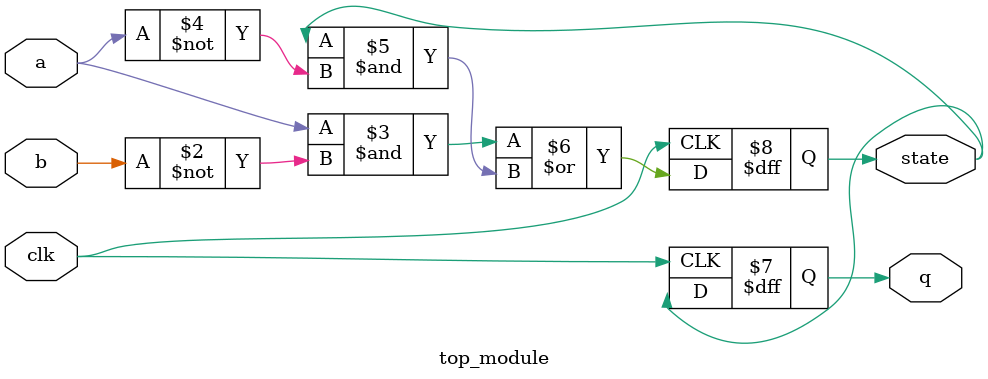
<source format=sv>
module top_module (
    input clk,
    input a,
    input b,
    output reg q,
    output reg state
);

always @(posedge clk) begin
    state <= ((a & ~b) | (state & ~a));
    q <= state;
end

endmodule

</source>
